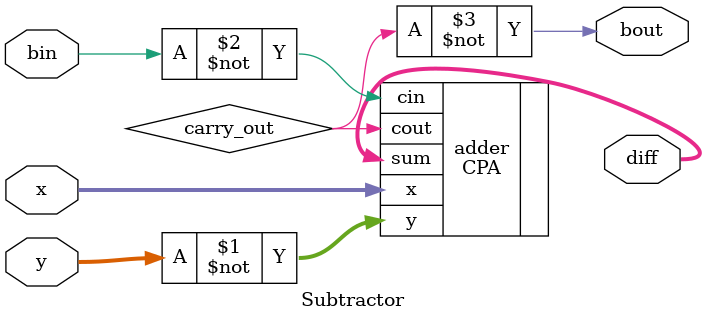
<source format=v>

module Subtractor #(parameter WIDTH = 32)(
input  [WIDTH-1:0] x,
input  [WIDTH-1:0] y,
input              bin,
output [WIDTH-1:0] diff,
output             bout
);

    wire carry_out;

    
    CPA #(.WIDTH(WIDTH)) adder (
        .x(x),
        .y(~y),
        .cin(~bin),
        .sum(diff),
        .cout(carry_out)
    );
	
    assign bout = ~carry_out;

endmodule

</source>
